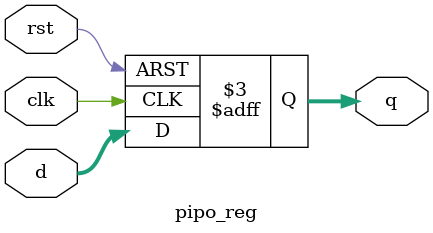
<source format=v>
module pipo_reg(
    input clk,
    input rst,
    input [3:0] d,
    output reg [3:0]q
);
    always @(posedge clk or negedge rst) begin
        if (!rst) 
            q <= 4'b0000;
        else
            q <= d;

    end

endmodule 
</source>
